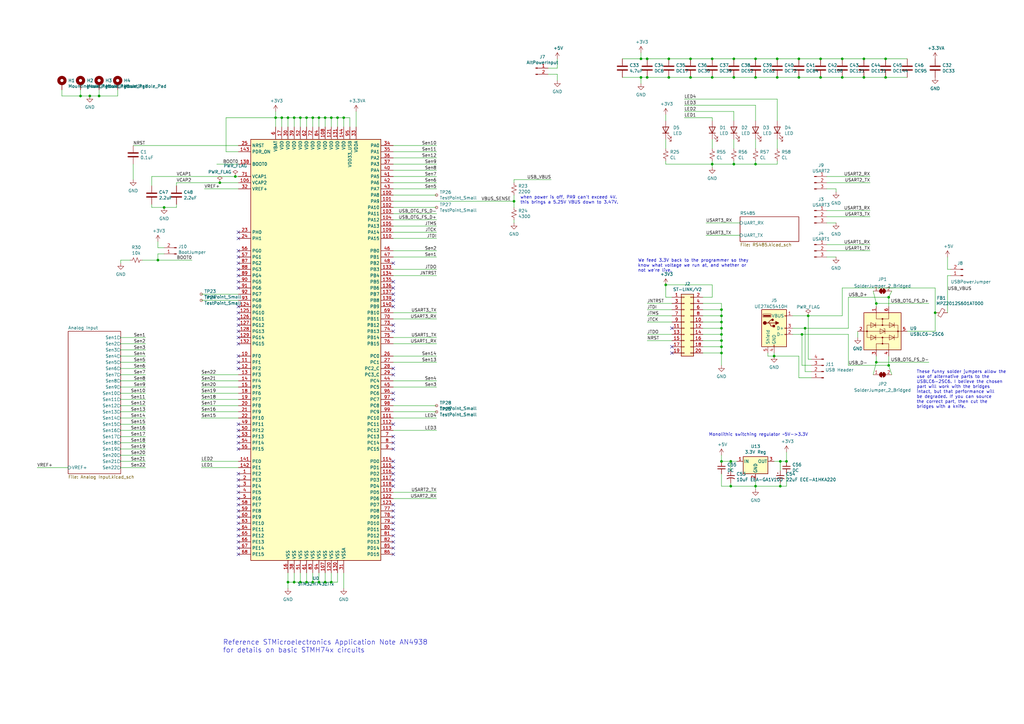
<source format=kicad_sch>
(kicad_sch (version 20211123) (generator eeschema)
  (paper "A3")
  (title_block (title "ADC Board") (rev "A0"))
  (lib_symbols
    (symbol "Connector:Conn_01x02_Male" (pin_names (offset 1.016) hide)
      (property "Reference" "J" (at 0 2.54 0))
      (property "Value" "Conn_01x02_Male" (at 0 -5.08 0))
      (symbol "Conn_01x02_Male_1_1"
        (pin passive line (at 5.08 0 180) (length 3.81) (name "Pin_1") (number "1"))
        (pin passive line (at 5.08 -2.54 180) (length 3.81) (name "Pin_2") (number "2"))
      )
    )
    (symbol "Connector:Conn_01x03_Male" (pin_names (offset 1.016) hide)
      (property "Reference" "J" (at 0 5.08 0))
      (property "Value" "Conn_01x03_Male" (at 0 -5.08 0))
      (symbol "Conn_01x03_Male_1_1"
        (pin passive line (at 5.08 2.54 180) (length 3.81) (name "Pin_1") (number "1"))
        (pin passive line (at 5.08 0 180) (length 3.81) (name "Pin_2") (number "2"))
        (pin passive line (at 5.08 -2.54 180) (length 3.81) (name "Pin_3") (number "3"))
      )
    )
    (symbol "Connector:Conn_01x04_Male" (pin_names (offset 1.016) hide)
      (property "Reference" "J" (at 0 5.08 0))
      (property "Value" "Conn_01x04_Male" (at 0 -7.62 0))
      (symbol "Conn_01x04_Male_1_1"
        (pin passive line (at 5.08 2.54 180) (length 3.81) (name "Pin_1") (number "1"))
        (pin passive line (at 5.08 0 180) (length 3.81) (name "Pin_2") (number "2"))
        (pin passive line (at 5.08 -2.54 180) (length 3.81) (name "Pin_3") (number "3"))
        (pin passive line (at 5.08 -5.08 180) (length 3.81) (name "Pin_4") (number "4"))
      )
    )
    (symbol "Connector:TestPoint_Small" (pin_numbers hide) (pin_names (offset 0.762) hide)
      (property "Reference" "TP" (at 0 3.81 0))
      (property "Value" "TestPoint_Small" (at 0 2.032 0))
      (symbol "TestPoint_Small_1_1"
        (pin passive line (at 0 0 90) (length 0) (name "1") (number "1"))
      )
    )
    (symbol "Connector:USB_A" (pin_names (offset 1.016))
      (property "Reference" "J" (at -5.08 11.43 0))
      (property "Value" "USB_A" (at -5.08 8.89 0))
      (symbol "USB_A_1_1"
        (pin power_in line (at 7.62 5.08 180) (length 2.54) (name "VBUS") (number "1"))
        (pin bidirectional line (at 7.62 -2.54 180) (length 2.54) (name "D-") (number "2"))
        (pin bidirectional line (at 7.62 0 180) (length 2.54) (name "D+") (number "3"))
        (pin power_in line (at 0 -10.16 90) (length 2.54) (name "GND") (number "4"))
        (pin passive line (at -2.54 -10.16 90) (length 2.54) (name "Shield") (number "5"))
      )
    )
    (symbol "Connector_Generic:Conn_02x10_Odd_Even" (pin_names (offset 1.016) hide)
      (property "Reference" "J" (at 1.27 12.7 0))
      (property "Value" "Conn_02x10_Odd_Even" (at 1.27 -15.24 0))
      (symbol "Conn_02x10_Odd_Even_1_1"
        (pin passive line (at -5.08 10.16 0) (length 3.81) (name "Pin_1") (number "1"))
        (pin passive line (at 7.62 0 180) (length 3.81) (name "Pin_10") (number "10"))
        (pin passive line (at -5.08 -2.54 0) (length 3.81) (name "Pin_11") (number "11"))
        (pin passive line (at 7.62 -2.54 180) (length 3.81) (name "Pin_12") (number "12"))
        (pin passive line (at -5.08 -5.08 0) (length 3.81) (name "Pin_13") (number "13"))
        (pin passive line (at 7.62 -5.08 180) (length 3.81) (name "Pin_14") (number "14"))
        (pin passive line (at -5.08 -7.62 0) (length 3.81) (name "Pin_15") (number "15"))
        (pin passive line (at 7.62 -7.62 180) (length 3.81) (name "Pin_16") (number "16"))
        (pin passive line (at -5.08 -10.16 0) (length 3.81) (name "Pin_17") (number "17"))
        (pin passive line (at 7.62 -10.16 180) (length 3.81) (name "Pin_18") (number "18"))
        (pin passive line (at -5.08 -12.7 0) (length 3.81) (name "Pin_19") (number "19"))
        (pin passive line (at 7.62 10.16 180) (length 3.81) (name "Pin_2") (number "2"))
        (pin passive line (at 7.62 -12.7 180) (length 3.81) (name "Pin_20") (number "20"))
        (pin passive line (at -5.08 7.62 0) (length 3.81) (name "Pin_3") (number "3"))
        (pin passive line (at 7.62 7.62 180) (length 3.81) (name "Pin_4") (number "4"))
        (pin passive line (at -5.08 5.08 0) (length 3.81) (name "Pin_5") (number "5"))
        (pin passive line (at 7.62 5.08 180) (length 3.81) (name "Pin_6") (number "6"))
        (pin passive line (at -5.08 2.54 0) (length 3.81) (name "Pin_7") (number "7"))
        (pin passive line (at 7.62 2.54 180) (length 3.81) (name "Pin_8") (number "8"))
        (pin passive line (at -5.08 0 0) (length 3.81) (name "Pin_9") (number "9"))
      )
    )
    (symbol "Device:C" (pin_numbers hide) (pin_names (offset 0.254))
      (property "Reference" "C" (at 0.635 2.54 0))
      (property "Value" "C" (at 0.635 -2.54 0))
      (symbol "C_1_1"
        (pin passive line (at 0 3.81 270) (length 2.794) (name "~") (number "1"))
        (pin passive line (at 0 -3.81 90) (length 2.794) (name "~") (number "2"))
      )
    )
    (symbol "Device:C_Polarized_Small_US" (pin_numbers hide) (pin_names (offset 0.254) hide)
      (property "Reference" "C" (at 0.254 1.778 0))
      (property "Value" "C_Polarized_Small_US" (at 0.254 -2.032 0))
      (symbol "C_Polarized_Small_US_1_1"
        (pin passive line (at 0 2.54 270) (length 2.032) (name "~") (number "1"))
        (pin passive line (at 0 -2.54 90) (length 2.032) (name "~") (number "2"))
      )
    )
    (symbol "Device:C_Small" (pin_numbers hide) (pin_names (offset 0.254) hide)
      (property "Reference" "C" (at 0.254 1.778 0))
      (property "Value" "C_Small" (at 0.254 -2.032 0))
      (symbol "C_Small_1_1"
        (pin passive line (at 0 2.54 270) (length 2.032) (name "~") (number "1"))
        (pin passive line (at 0 -2.54 90) (length 2.032) (name "~") (number "2"))
      )
    )
    (symbol "Device:FerriteBead_Small" (pin_numbers hide) (pin_names (offset 0))
      (property "Reference" "FB" (at 1.905 1.27 0))
      (property "Value" "FerriteBead_Small" (at 1.905 -1.27 0))
      (symbol "FerriteBead_Small_1_1"
        (pin passive line (at 0 2.54 270) (length 1.27) (name "~") (number "1"))
        (pin passive line (at 0 -2.54 90) (length 1.27) (name "~") (number "2"))
      )
    )
    (symbol "Device:LED" (pin_numbers hide) (pin_names (offset 1.016) hide)
      (property "Reference" "D" (at 0 2.54 0))
      (property "Value" "LED" (at 0 -2.54 0))
      (symbol "LED_1_1"
        (pin passive line (at -3.81 0 0) (length 2.54) (name "K") (number "1"))
        (pin passive line (at 3.81 0 180) (length 2.54) (name "A") (number "2"))
      )
    )
    (symbol "Device:R_Small_US" (pin_numbers hide) (pin_names (offset 0.254) hide)
      (property "Reference" "R" (at 0.762 0.508 0))
      (property "Value" "R_Small_US" (at 0.762 -1.016 0))
      (symbol "R_Small_US_1_1"
        (pin passive line (at 0 2.54 270) (length 1.016) (name "~") (number "1"))
        (pin passive line (at 0 -2.54 90) (length 1.016) (name "~") (number "2"))
      )
    )
    (symbol "Jumper:SolderJumper_2_Bridged" (pin_names (offset 0) hide)
      (property "Reference" "JP" (at 0 2.032 0))
      (property "Value" "SolderJumper_2_Bridged" (at 0 -2.54 0))
      (symbol "SolderJumper_2_Bridged_1_1"
        (pin passive line (at -3.81 0 0) (length 2.54) (name "A") (number "1"))
        (pin passive line (at 3.81 0 180) (length 2.54) (name "B") (number "2"))
      )
    )
    (symbol "MCU_ST_STM32H7:STM32H743ZITx"
      (property "Reference" "U" (at -27.94 87.63 0))
      (property "Value" "STM32H743ZITx" (at 17.78 87.63 0))
      (symbol "STM32H743ZITx_1_1"
        (pin bidirectional line (at -33.02 -50.8 0) (length 5.08) (name "PE2") (number "1"))
        (pin bidirectional line (at -33.02 -2.54 0) (length 5.08) (name "PF0") (number "10"))
        (pin bidirectional line (at 30.48 63.5 180) (length 5.08) (name "PA8") (number "100"))
        (pin bidirectional line (at 30.48 60.96 180) (length 5.08) (name "PA9") (number "101"))
        (pin bidirectional line (at 30.48 58.42 180) (length 5.08) (name "PA10") (number "102"))
        (pin bidirectional line (at 30.48 55.88 180) (length 5.08) (name "PA11") (number "103"))
        (pin bidirectional line (at 30.48 53.34 180) (length 5.08) (name "PA12") (number "104"))
        (pin bidirectional line (at 30.48 50.8 180) (length 5.08) (name "PA13") (number "105"))
        (pin power_in line (at -33.02 68.58 0) (length 5.08) (name "VCAP2") (number "106"))
        (pin power_in line (at 2.54 -91.44 90) (length 5.08) (name "VSS") (number "107"))
        (pin power_in line (at 2.54 91.44 270) (length 5.08) (name "VDD") (number "108"))
        (pin bidirectional line (at 30.48 48.26 180) (length 5.08) (name "PA14") (number "109"))
        (pin bidirectional line (at -33.02 -5.08 0) (length 5.08) (name "PF1") (number "11"))
        (pin bidirectional line (at 30.48 45.72 180) (length 5.08) (name "PA15") (number "110"))
        (pin bidirectional line (at 30.48 -27.94 180) (length 5.08) (name "PC10") (number "111"))
        (pin bidirectional line (at 30.48 -30.48 180) (length 5.08) (name "PC11") (number "112"))
        (pin bidirectional line (at 30.48 -33.02 180) (length 5.08) (name "PC12") (number "113"))
        (pin bidirectional line (at 30.48 -45.72 180) (length 5.08) (name "PD0") (number "114"))
        (pin bidirectional line (at 30.48 -48.26 180) (length 5.08) (name "PD1") (number "115"))
        (pin bidirectional line (at 30.48 -50.8 180) (length 5.08) (name "PD2") (number "116"))
        (pin bidirectional line (at 30.48 -53.34 180) (length 5.08) (name "PD3") (number "117"))
        (pin bidirectional line (at 30.48 -55.88 180) (length 5.08) (name "PD4") (number "118"))
        (pin bidirectional line (at 30.48 -58.42 180) (length 5.08) (name "PD5") (number "119"))
        (pin bidirectional line (at -33.02 -7.62 0) (length 5.08) (name "PF2") (number "12"))
        (pin power_in line (at 5.08 -91.44 90) (length 5.08) (name "VSS") (number "120"))
        (pin power_in line (at 5.08 91.44 270) (length 5.08) (name "VDD") (number "121"))
        (pin bidirectional line (at 30.48 -60.96 180) (length 5.08) (name "PD6") (number "122"))
        (pin bidirectional line (at 30.48 -63.5 180) (length 5.08) (name "PD7") (number "123"))
        (pin bidirectional line (at -33.02 17.78 0) (length 5.08) (name "PG9") (number "124"))
        (pin bidirectional line (at -33.02 15.24 0) (length 5.08) (name "PG10") (number "125"))
        (pin bidirectional line (at -33.02 12.7 0) (length 5.08) (name "PG11") (number "126"))
        (pin bidirectional line (at -33.02 10.16 0) (length 5.08) (name "PG12") (number "127"))
        (pin bidirectional line (at -33.02 7.62 0) (length 5.08) (name "PG13") (number "128"))
        (pin bidirectional line (at -33.02 5.08 0) (length 5.08) (name "PG14") (number "129"))
        (pin bidirectional line (at -33.02 -10.16 0) (length 5.08) (name "PF3") (number "13"))
        (pin power_in line (at 7.62 -91.44 90) (length 5.08) (name "VSS") (number "130"))
        (pin power_in line (at 7.62 91.44 270) (length 5.08) (name "VDD") (number "131"))
        (pin bidirectional line (at -33.02 2.54 0) (length 5.08) (name "PG15") (number "132"))
        (pin bidirectional line (at 30.48 33.02 180) (length 5.08) (name "PB3") (number "133"))
        (pin bidirectional line (at 30.48 30.48 180) (length 5.08) (name "PB4") (number "134"))
        (pin bidirectional line (at 30.48 27.94 180) (length 5.08) (name "PB5") (number "135"))
        (pin bidirectional line (at 30.48 25.4 180) (length 5.08) (name "PB6") (number "136"))
        (pin bidirectional line (at 30.48 22.86 180) (length 5.08) (name "PB7") (number "137"))
        (pin input line (at -33.02 76.2 0) (length 5.08) (name "BOOT0") (number "138"))
        (pin bidirectional line (at 30.48 20.32 180) (length 5.08) (name "PB8") (number "139"))
        (pin bidirectional line (at -33.02 -12.7 0) (length 5.08) (name "PF4") (number "14"))
        (pin bidirectional line (at 30.48 17.78 180) (length 5.08) (name "PB9") (number "140"))
        (pin bidirectional line (at -33.02 -45.72 0) (length 5.08) (name "PE0") (number "141"))
        (pin bidirectional line (at -33.02 -48.26 0) (length 5.08) (name "PE1") (number "142"))
        (pin input line (at -33.02 81.28 0) (length 5.08) (name "PDR_ON") (number "143"))
        (pin power_in line (at 10.16 91.44 270) (length 5.08) (name "VDD") (number "144"))
        (pin bidirectional line (at -33.02 -15.24 0) (length 5.08) (name "PF5") (number "15"))
        (pin power_in line (at -12.7 -91.44 90) (length 5.08) (name "VSS") (number "16"))
        (pin power_in line (at -15.24 91.44 270) (length 5.08) (name "VDD") (number "17"))
        (pin bidirectional line (at -33.02 -17.78 0) (length 5.08) (name "PF6") (number "18"))
        (pin bidirectional line (at -33.02 -20.32 0) (length 5.08) (name "PF7") (number "19"))
        (pin bidirectional line (at -33.02 -53.34 0) (length 5.08) (name "PE3") (number "2"))
        (pin bidirectional line (at -33.02 -22.86 0) (length 5.08) (name "PF8") (number "20"))
        (pin bidirectional line (at -33.02 -25.4 0) (length 5.08) (name "PF9") (number "21"))
        (pin bidirectional line (at -33.02 -27.94 0) (length 5.08) (name "PF10") (number "22"))
        (pin input line (at -33.02 48.26 0) (length 5.08) (name "PH0") (number "23"))
        (pin input line (at -33.02 45.72 0) (length 5.08) (name "PH1") (number "24"))
        (pin input line (at -33.02 83.82 0) (length 5.08) (name "NRST") (number "25"))
        (pin bidirectional line (at 30.48 -2.54 180) (length 5.08) (name "PC0") (number "26"))
        (pin bidirectional line (at 30.48 -5.08 180) (length 5.08) (name "PC1") (number "27"))
        (pin bidirectional line (at 30.48 -7.62 180) (length 5.08) (name "PC2_C") (number "28"))
        (pin bidirectional line (at 30.48 -10.16 180) (length 5.08) (name "PC3_C") (number "29"))
        (pin bidirectional line (at -33.02 -55.88 0) (length 5.08) (name "PE4") (number "3"))
        (pin power_in line (at -12.7 91.44 270) (length 5.08) (name "VDD") (number "30"))
        (pin power_in line (at 10.16 -91.44 90) (length 5.08) (name "VSSA") (number "31"))
        (pin bidirectional line (at -33.02 66.04 0) (length 5.08) (name "VREF+") (number "32"))
        (pin power_in line (at 15.24 91.44 270) (length 5.08) (name "VDDA") (number "33"))
        (pin bidirectional line (at 30.48 83.82 180) (length 5.08) (name "PA0") (number "34"))
        (pin bidirectional line (at 30.48 81.28 180) (length 5.08) (name "PA1") (number "35"))
        (pin bidirectional line (at 30.48 78.74 180) (length 5.08) (name "PA2") (number "36"))
        (pin bidirectional line (at 30.48 76.2 180) (length 5.08) (name "PA3") (number "37"))
        (pin power_in line (at -10.16 -91.44 90) (length 5.08) (name "VSS") (number "38"))
        (pin power_in line (at -10.16 91.44 270) (length 5.08) (name "VDD") (number "39"))
        (pin bidirectional line (at -33.02 -58.42 0) (length 5.08) (name "PE5") (number "4"))
        (pin bidirectional line (at 30.48 73.66 180) (length 5.08) (name "PA4") (number "40"))
        (pin bidirectional line (at 30.48 71.12 180) (length 5.08) (name "PA5") (number "41"))
        (pin bidirectional line (at 30.48 68.58 180) (length 5.08) (name "PA6") (number "42"))
        (pin bidirectional line (at 30.48 66.04 180) (length 5.08) (name "PA7") (number "43"))
        (pin bidirectional line (at 30.48 -12.7 180) (length 5.08) (name "PC4") (number "44"))
        (pin bidirectional line (at 30.48 -15.24 180) (length 5.08) (name "PC5") (number "45"))
        (pin bidirectional line (at 30.48 40.64 180) (length 5.08) (name "PB0") (number "46"))
        (pin bidirectional line (at 30.48 38.1 180) (length 5.08) (name "PB1") (number "47"))
        (pin bidirectional line (at 30.48 35.56 180) (length 5.08) (name "PB2") (number "48"))
        (pin bidirectional line (at -33.02 -30.48 0) (length 5.08) (name "PF11") (number "49"))
        (pin bidirectional line (at -33.02 -60.96 0) (length 5.08) (name "PE6") (number "5"))
        (pin bidirectional line (at -33.02 -33.02 0) (length 5.08) (name "PF12") (number "50"))
        (pin power_in line (at -7.62 -91.44 90) (length 5.08) (name "VSS") (number "51"))
        (pin power_in line (at -7.62 91.44 270) (length 5.08) (name "VDD") (number "52"))
        (pin bidirectional line (at -33.02 -35.56 0) (length 5.08) (name "PF13") (number "53"))
        (pin bidirectional line (at -33.02 -38.1 0) (length 5.08) (name "PF14") (number "54"))
        (pin bidirectional line (at -33.02 -40.64 0) (length 5.08) (name "PF15") (number "55"))
        (pin bidirectional line (at -33.02 40.64 0) (length 5.08) (name "PG0") (number "56"))
        (pin bidirectional line (at -33.02 38.1 0) (length 5.08) (name "PG1") (number "57"))
        (pin bidirectional line (at -33.02 -63.5 0) (length 5.08) (name "PE7") (number "58"))
        (pin bidirectional line (at -33.02 -66.04 0) (length 5.08) (name "PE8") (number "59"))
        (pin power_in line (at -17.78 91.44 270) (length 5.08) (name "VBAT") (number "6"))
        (pin bidirectional line (at -33.02 -68.58 0) (length 5.08) (name "PE9") (number "60"))
        (pin power_in line (at -5.08 -91.44 90) (length 5.08) (name "VSS") (number "61"))
        (pin power_in line (at -5.08 91.44 270) (length 5.08) (name "VDD") (number "62"))
        (pin bidirectional line (at -33.02 -71.12 0) (length 5.08) (name "PE10") (number "63"))
        (pin bidirectional line (at -33.02 -73.66 0) (length 5.08) (name "PE11") (number "64"))
        (pin bidirectional line (at -33.02 -76.2 0) (length 5.08) (name "PE12") (number "65"))
        (pin bidirectional line (at -33.02 -78.74 0) (length 5.08) (name "PE13") (number "66"))
        (pin bidirectional line (at -33.02 -81.28 0) (length 5.08) (name "PE14") (number "67"))
        (pin bidirectional line (at -33.02 -83.82 0) (length 5.08) (name "PE15") (number "68"))
        (pin bidirectional line (at 30.48 15.24 180) (length 5.08) (name "PB10") (number "69"))
        (pin bidirectional line (at 30.48 -35.56 180) (length 5.08) (name "PC13") (number "7"))
        (pin bidirectional line (at 30.48 12.7 180) (length 5.08) (name "PB11") (number "70"))
        (pin power_in line (at -33.02 71.12 0) (length 5.08) (name "VCAP1") (number "71"))
        (pin power_in line (at -2.54 91.44 270) (length 5.08) (name "VDD") (number "72"))
        (pin bidirectional line (at 30.48 10.16 180) (length 5.08) (name "PB12") (number "73"))
        (pin bidirectional line (at 30.48 7.62 180) (length 5.08) (name "PB13") (number "74"))
        (pin bidirectional line (at 30.48 5.08 180) (length 5.08) (name "PB14") (number "75"))
        (pin bidirectional line (at 30.48 2.54 180) (length 5.08) (name "PB15") (number "76"))
        (pin bidirectional line (at 30.48 -66.04 180) (length 5.08) (name "PD8") (number "77"))
        (pin bidirectional line (at 30.48 -68.58 180) (length 5.08) (name "PD9") (number "78"))
        (pin bidirectional line (at 30.48 -71.12 180) (length 5.08) (name "PD10") (number "79"))
        (pin bidirectional line (at 30.48 -38.1 180) (length 5.08) (name "PC14") (number "8"))
        (pin bidirectional line (at 30.48 -73.66 180) (length 5.08) (name "PD11") (number "80"))
        (pin bidirectional line (at 30.48 -76.2 180) (length 5.08) (name "PD12") (number "81"))
        (pin bidirectional line (at 30.48 -78.74 180) (length 5.08) (name "PD13") (number "82"))
        (pin power_in line (at -2.54 -91.44 90) (length 5.08) (name "VSS") (number "83"))
        (pin power_in line (at 0 91.44 270) (length 5.08) (name "VDD") (number "84"))
        (pin bidirectional line (at 30.48 -81.28 180) (length 5.08) (name "PD14") (number "85"))
        (pin bidirectional line (at 30.48 -83.82 180) (length 5.08) (name "PD15") (number "86"))
        (pin bidirectional line (at -33.02 35.56 0) (length 5.08) (name "PG2") (number "87"))
        (pin bidirectional line (at -33.02 33.02 0) (length 5.08) (name "PG3") (number "88"))
        (pin bidirectional line (at -33.02 30.48 0) (length 5.08) (name "PG4") (number "89"))
        (pin bidirectional line (at 30.48 -40.64 180) (length 5.08) (name "PC15") (number "9"))
        (pin bidirectional line (at -33.02 27.94 0) (length 5.08) (name "PG5") (number "90"))
        (pin bidirectional line (at -33.02 25.4 0) (length 5.08) (name "PG6") (number "91"))
        (pin bidirectional line (at -33.02 22.86 0) (length 5.08) (name "PG7") (number "92"))
        (pin bidirectional line (at -33.02 20.32 0) (length 5.08) (name "PG8") (number "93"))
        (pin power_in line (at 0 -91.44 90) (length 5.08) (name "VSS") (number "94"))
        (pin power_in line (at 12.7 91.44 270) (length 5.08) (name "VDD33_USB") (number "95"))
        (pin bidirectional line (at 30.48 -17.78 180) (length 5.08) (name "PC6") (number "96"))
        (pin bidirectional line (at 30.48 -20.32 180) (length 5.08) (name "PC7") (number "97"))
        (pin bidirectional line (at 30.48 -22.86 180) (length 5.08) (name "PC8") (number "98"))
        (pin bidirectional line (at 30.48 -25.4 180) (length 5.08) (name "PC9") (number "99"))
      )
    )
    (symbol "Mechanical:MountingHole_Pad" (pin_numbers hide) (pin_names (offset 1.016) hide)
      (property "Reference" "H" (at 0 6.35 0))
      (property "Value" "MountingHole_Pad" (at 0 4.445 0))
      (symbol "MountingHole_Pad_1_1"
        (pin input line (at 0 -2.54 90) (length 2.54) (name "1") (number "1"))
      )
    )
    (symbol "Power_Protection:USBLC6-2SC6" (pin_names hide)
      (property "Reference" "U" (at 2.54 8.89 0))
      (property "Value" "USBLC6-2SC6" (at 2.54 -8.89 0))
      (symbol "USBLC6-2SC6_1_1"
        (pin passive line (at -10.16 -2.54 0) (length 2.54) (name "I/O1") (number "1"))
        (pin passive line (at 0 -10.16 90) (length 2.54) (name "GND") (number "2"))
        (pin passive line (at 10.16 -2.54 180) (length 2.54) (name "I/O2") (number "3"))
        (pin passive line (at 10.16 2.54 180) (length 2.54) (name "I/O2") (number "4"))
        (pin passive line (at 0 10.16 270) (length 2.54) (name "VBUS") (number "5"))
        (pin passive line (at -10.16 2.54 0) (length 2.54) (name "I/O1") (number "6"))
      )
    )
    (symbol "Regulator_Linear:L7805" (pin_names (offset 0.254))
      (property "Reference" "U" (at -3.81 3.175 0))
      (property "Value" "L7805" (at 0 3.175 0))
      (symbol "L7805_1_1"
        (pin power_in line (at -7.62 0 0) (length 2.54) (name "IN") (number "1"))
        (pin power_in line (at 0 -7.62 90) (length 2.54) (name "GND") (number "2"))
        (pin power_out line (at 7.62 0 180) (length 2.54) (name "OUT") (number "3"))
      )
    )
    (symbol "power:+3.3V" (power) (pin_names (offset 0))
      (property "Value" "+3.3V" (at 0 3.556 0))
      (symbol "+3.3V_1_1"
        (pin power_in line (at 0 0 90) (length 0) hide (name "+3V3") (number "1"))
      )
    )
    (symbol "power:+3.3VA" (power) (pin_names (offset 0))
      (property "Value" "+3.3VA" (at 0 3.556 0))
      (symbol "+3.3VA_1_1"
        (pin power_in line (at 0 0 90) (length 0) hide (name "+3.3VA") (number "1"))
      )
    )
    (symbol "power:+5V" (power) (pin_names (offset 0))
      (property "Value" "+5V" (at 0 3.556 0))
      (symbol "+5V_1_1"
        (pin power_in line (at 0 0 90) (length 0) hide (name "+5V") (number "1"))
      )
    )
    (symbol "power:GND" (power) (pin_names (offset 0))
      (property "Value" "GND" (at 0 -3.81 0))
      (symbol "GND_1_1"
        (pin power_in line (at 0 0 270) (length 0) hide (name "GND") (number "1"))
      )
    )
    (symbol "power:PWR_FLAG" (power) (pin_numbers hide) (pin_names (offset 0) hide)
      (property "Value" "PWR_FLAG" (at 0 3.81 0))
      (symbol "PWR_FLAG_0_0"
        (pin power_out line (at 0 0 90) (length 0) (name "pwr") (number "1"))
      )
    )
  )
  (junction (at 295.91 189.23))
  (junction (at 133.35 48.26))
  (junction (at 354.33 24.13))
  (junction (at 130.81 238.76))
  (junction (at 292.1 67.31))
  (junction (at 118.11 48.26))
  (junction (at 322.58 189.23))
  (junction (at 300.99 24.13))
  (junction (at 295.91 129.54))
  (junction (at 36.83 39.37))
  (junction (at 336.55 31.75))
  (junction (at 133.35 238.76))
  (junction (at 363.22 24.13))
  (junction (at 295.91 144.78))
  (junction (at 274.32 24.13))
  (junction (at 318.77 31.75))
  (junction (at 292.1 31.75))
  (junction (at 328.93 137.16))
  (junction (at 113.03 48.26))
  (junction (at 96.52 72.39))
  (junction (at 273.05 116.84))
  (junction (at 299.72 189.23))
  (junction (at 265.43 24.13))
  (junction (at 128.27 238.76))
  (junction (at 309.88 67.31))
  (junction (at 135.89 238.76))
  (junction (at 128.27 48.26))
  (junction (at 327.66 24.13))
  (junction (at 320.04 199.39))
  (junction (at 299.72 199.39))
  (junction (at 295.91 142.24))
  (junction (at 327.66 31.75))
  (junction (at 123.19 48.26))
  (junction (at 354.33 31.75))
  (junction (at 283.21 24.13))
  (junction (at 309.88 31.75))
  (junction (at 336.55 24.13))
  (junction (at 309.88 24.13))
  (junction (at 274.32 31.75))
  (junction (at 292.1 24.13))
  (junction (at 115.57 48.26))
  (junction (at 262.89 31.75))
  (junction (at 295.91 137.16))
  (junction (at 138.43 48.26))
  (junction (at 363.22 31.75))
  (junction (at 64.77 106.68))
  (junction (at 359.41 124.46))
  (junction (at 345.44 24.13))
  (junction (at 120.65 48.26))
  (junction (at 331.47 129.54))
  (junction (at 135.89 48.26))
  (junction (at 120.65 238.76))
  (junction (at 364.49 149.86))
  (junction (at 283.21 31.75))
  (junction (at 359.41 148.59))
  (junction (at 300.99 31.75))
  (junction (at 265.43 31.75))
  (junction (at 345.44 31.75))
  (junction (at 123.19 238.76))
  (junction (at 364.49 121.92))
  (junction (at 40.64 39.37))
  (junction (at 33.02 39.37))
  (junction (at 67.31 85.09))
  (junction (at 320.04 189.23))
  (junction (at 118.11 238.76))
  (junction (at 317.5 146.05))
  (junction (at 295.91 139.7))
  (junction (at 318.77 24.13))
  (junction (at 295.91 132.08))
  (junction (at 309.88 199.39))
  (junction (at 130.81 48.26))
  (junction (at 383.54 128.27))
  (junction (at 295.91 134.62))
  (junction (at 125.73 238.76))
  (junction (at 125.73 48.26))
  (junction (at 330.2 134.62))
  (junction (at 262.89 24.13))
  (junction (at 90.17 74.93))
  (junction (at 295.91 127))
  (junction (at 140.97 48.26))
  (junction (at 300.99 67.31))
  (junction (at 210.82 82.55))
  (no_connect (at 97.79 130.81))
  (no_connect (at 97.79 207.01))
  (no_connect (at 97.79 184.15))
  (no_connect (at 97.79 219.71))
  (no_connect (at 97.79 97.79))
  (no_connect (at 161.29 115.57))
  (no_connect (at 97.79 151.13))
  (no_connect (at 161.29 125.73))
  (no_connect (at 97.79 199.39))
  (no_connect (at 161.29 163.83))
  (no_connect (at 97.79 105.41))
  (no_connect (at 161.29 194.31))
  (no_connect (at 161.29 224.79))
  (no_connect (at 161.29 107.95))
  (no_connect (at 161.29 212.09))
  (no_connect (at 161.29 120.65))
  (no_connect (at 97.79 146.05))
  (no_connect (at 97.79 133.35))
  (no_connect (at 97.79 110.49))
  (no_connect (at 97.79 179.07))
  (no_connect (at 161.29 209.55))
  (no_connect (at 161.29 219.71))
  (no_connect (at 161.29 189.23))
  (no_connect (at 97.79 204.47))
  (no_connect (at 161.29 217.17))
  (no_connect (at 275.59 142.24))
  (no_connect (at 97.79 125.73))
  (no_connect (at 161.29 123.19))
  (no_connect (at 161.29 199.39))
  (no_connect (at 161.29 196.85))
  (no_connect (at 97.79 107.95))
  (no_connect (at 275.59 134.62))
  (no_connect (at 161.29 153.67))
  (no_connect (at 97.79 140.97))
  (no_connect (at 97.79 227.33))
  (no_connect (at 97.79 135.89))
  (no_connect (at 161.29 184.15))
  (no_connect (at 161.29 118.11))
  (no_connect (at 97.79 128.27))
  (no_connect (at 97.79 115.57))
  (no_connect (at 97.79 118.11))
  (no_connect (at 97.79 196.85))
  (no_connect (at 97.79 176.53))
  (no_connect (at 161.29 135.89))
  (no_connect (at 161.29 133.35))
  (no_connect (at 97.79 138.43))
  (no_connect (at 161.29 222.25))
  (no_connect (at 97.79 201.93))
  (no_connect (at 161.29 179.07))
  (no_connect (at 97.79 95.25))
  (no_connect (at 161.29 227.33))
  (no_connect (at 97.79 217.17))
  (no_connect (at 97.79 173.99))
  (no_connect (at 275.59 144.78))
  (no_connect (at 97.79 102.87))
  (no_connect (at 97.79 212.09))
  (no_connect (at 97.79 148.59))
  (no_connect (at 161.29 191.77))
  (no_connect (at 97.79 222.25))
  (no_connect (at 161.29 207.01))
  (no_connect (at 161.29 161.29))
  (no_connect (at 97.79 224.79))
  (no_connect (at 161.29 173.99))
  (no_connect (at 97.79 194.31))
  (no_connect (at 161.29 181.61))
  (no_connect (at 161.29 151.13))
  (no_connect (at 97.79 181.61))
  (no_connect (at 97.79 209.55))
  (no_connect (at 161.29 214.63))
  (no_connect (at 97.79 113.03))
  (no_connect (at 97.79 214.63))
  (wire (pts (xy 40.64 36.83) (xy 40.64 39.37)))
  (wire (pts (xy 339.09 77.47) (xy 342.9 77.47)))
  (wire (pts (xy 62.23 72.39) (xy 96.52 72.39)))
  (wire (pts (xy 161.29 62.23) (xy 179.07 62.23)))
  (wire (pts (xy 140.97 48.26) (xy 143.51 48.26)))
  (wire (pts (xy 62.23 85.09) (xy 67.31 85.09)))
  (wire (pts (xy 161.29 67.31) (xy 179.07 67.31)))
  (wire (pts (xy 161.29 201.93) (xy 179.07 201.93)))
  (wire (pts (xy 125.73 48.26) (xy 128.27 48.26)))
  (wire (pts (xy 300.99 66.04) (xy 300.99 67.31)))
  (wire (pts (xy 303.53 96.52) (xy 289.56 96.52)))
  (wire (pts (xy 54.61 67.31) (xy 54.61 73.66)))
  (wire (pts (xy 332.74 147.32) (xy 331.47 147.32)))
  (wire (pts (xy 295.91 144.78) (xy 295.91 149.86)))
  (wire (pts (xy 342.9 77.47) (xy 342.9 78.74)))
  (wire (pts (xy 265.43 124.46) (xy 275.59 124.46)))
  (wire (pts (xy 325.12 129.54) (xy 331.47 129.54)))
  (wire (pts (xy 118.11 238.76) (xy 120.65 238.76)))
  (wire (pts (xy 303.53 91.44) (xy 289.56 91.44)))
  (wire (pts (xy 273.05 116.84) (xy 273.05 121.92)))
  (wire (pts (xy 161.29 95.25) (xy 179.07 95.25)))
  (wire (pts (xy 327.66 154.94) (xy 327.66 146.05)))
  (wire (pts (xy 40.64 39.37) (xy 48.26 39.37)))
  (wire (pts (xy 130.81 238.76) (xy 133.35 238.76)))
  (wire (pts (xy 135.89 238.76) (xy 138.43 238.76)))
  (wire (pts (xy 339.09 88.9) (xy 356.87 88.9)))
  (wire (pts (xy 210.82 74.93) (xy 210.82 73.66)))
  (wire (pts (xy 161.29 80.01) (xy 179.07 80.01)))
  (wire (pts (xy 140.97 52.07) (xy 140.97 48.26)))
  (wire (pts (xy 210.82 82.55) (xy 210.82 85.09)))
  (wire (pts (xy 161.29 158.75) (xy 179.07 158.75)))
  (wire (pts (xy 330.2 134.62) (xy 347.98 134.62)))
  (wire (pts (xy 97.79 156.21) (xy 82.55 156.21)))
  (wire (pts (xy 363.22 31.75) (xy 354.33 31.75)))
  (wire (pts (xy 299.72 199.39) (xy 309.88 199.39)))
  (wire (pts (xy 262.89 31.75) (xy 255.27 31.75)))
  (wire (pts (xy 88.9 67.31) (xy 97.79 67.31)))
  (wire (pts (xy 33.02 39.37) (xy 36.83 39.37)))
  (wire (pts (xy 288.29 132.08) (xy 295.91 132.08)))
  (wire (pts (xy 133.35 52.07) (xy 133.35 48.26)))
  (wire (pts (xy 97.79 62.23) (xy 92.71 62.23)))
  (wire (pts (xy 283.21 31.75) (xy 274.32 31.75)))
  (wire (pts (xy 283.21 24.13) (xy 274.32 24.13)))
  (wire (pts (xy 33.02 39.37) (xy 25.4 39.37)))
  (wire (pts (xy 354.33 24.13) (xy 345.44 24.13)))
  (wire (pts (xy 320.04 198.12) (xy 320.04 199.39)))
  (wire (pts (xy 135.89 52.07) (xy 135.89 48.26)))
  (wire (pts (xy 25.4 36.83) (xy 25.4 39.37)))
  (wire (pts (xy 228.6 30.48) (xy 228.6 33.02)))
  (wire (pts (xy 161.29 113.03) (xy 179.07 113.03)))
  (wire (pts (xy 295.91 124.46) (xy 295.91 127)))
  (wire (pts (xy 118.11 234.95) (xy 118.11 238.76)))
  (wire (pts (xy 161.29 74.93) (xy 179.07 74.93)))
  (wire (pts (xy 64.77 104.14) (xy 64.77 106.68)))
  (wire (pts (xy 125.73 48.26) (xy 125.73 52.07)))
  (wire (pts (xy 265.43 137.16) (xy 275.59 137.16)))
  (wire (pts (xy 292.1 121.92) (xy 288.29 121.92)))
  (wire (pts (xy 125.73 234.95) (xy 125.73 238.76)))
  (wire (pts (xy 49.53 106.68) (xy 49.53 107.95)))
  (wire (pts (xy 92.71 62.23) (xy 92.71 48.26)))
  (wire (pts (xy 161.29 204.47) (xy 179.07 204.47)))
  (wire (pts (xy 345.44 31.75) (xy 336.55 31.75)))
  (wire (pts (xy 295.91 132.08) (xy 295.91 134.62)))
  (wire (pts (xy 49.53 173.99) (xy 59.69 173.99)))
  (wire (pts (xy 318.77 24.13) (xy 309.88 24.13)))
  (wire (pts (xy 67.31 85.09) (xy 72.39 85.09)))
  (wire (pts (xy 62.23 85.09) (xy 62.23 83.82)))
  (wire (pts (xy 345.44 24.13) (xy 336.55 24.13)))
  (wire (pts (xy 97.79 191.77) (xy 82.55 191.77)))
  (wire (pts (xy 288.29 124.46) (xy 295.91 124.46)))
  (wire (pts (xy 339.09 105.41) (xy 342.9 105.41)))
  (wire (pts (xy 314.96 144.78) (xy 314.96 146.05)))
  (wire (pts (xy 224.79 30.48) (xy 228.6 30.48)))
  (wire (pts (xy 49.53 156.21) (xy 59.69 156.21)))
  (wire (pts (xy 265.43 24.13) (xy 262.89 24.13)))
  (wire (pts (xy 49.53 148.59) (xy 59.69 148.59)))
  (wire (pts (xy 161.29 87.63) (xy 179.07 87.63)))
  (wire (pts (xy 135.89 234.95) (xy 135.89 238.76)))
  (wire (pts (xy 318.77 31.75) (xy 309.88 31.75)))
  (wire (pts (xy 49.53 186.69) (xy 59.69 186.69)))
  (wire (pts (xy 97.79 168.91) (xy 82.55 168.91)))
  (wire (pts (xy 383.54 118.11) (xy 383.54 128.27)))
  (wire (pts (xy 161.29 82.55) (xy 210.82 82.55)))
  (wire (pts (xy 328.93 137.16) (xy 328.93 149.86)))
  (wire (pts (xy 138.43 48.26) (xy 140.97 48.26)))
  (wire (pts (xy 389.89 110.49) (xy 388.62 110.49)))
  (wire (pts (xy 97.79 120.65) (xy 82.55 120.65)))
  (wire (pts (xy 161.29 102.87) (xy 179.07 102.87)))
  (wire (pts (xy 97.79 163.83) (xy 82.55 163.83)))
  (wire (pts (xy 322.58 194.31) (xy 322.58 199.39)))
  (wire (pts (xy 345.44 118.11) (xy 383.54 118.11)))
  (wire (pts (xy 314.96 146.05) (xy 317.5 146.05)))
  (wire (pts (xy 115.57 48.26) (xy 115.57 52.07)))
  (wire (pts (xy 359.41 146.05) (xy 359.41 148.59)))
  (wire (pts (xy 161.29 130.81) (xy 179.07 130.81)))
  (wire (pts (xy 347.98 137.16) (xy 347.98 149.86)))
  (wire (pts (xy 49.53 143.51) (xy 59.69 143.51)))
  (wire (pts (xy 113.03 52.07) (xy 113.03 48.26)))
  (wire (pts (xy 331.47 129.54) (xy 345.44 129.54)))
  (wire (pts (xy 64.77 106.68) (xy 78.74 106.68)))
  (wire (pts (xy 36.83 39.37) (xy 40.64 39.37)))
  (wire (pts (xy 351.79 138.43) (xy 351.79 135.89)))
  (wire (pts (xy 123.19 48.26) (xy 125.73 48.26)))
  (wire (pts (xy 161.29 85.09) (xy 179.07 85.09)))
  (wire (pts (xy 295.91 129.54) (xy 295.91 132.08)))
  (wire (pts (xy 299.72 189.23) (xy 302.26 189.23)))
  (wire (pts (xy 292.1 67.31) (xy 300.99 67.31)))
  (wire (pts (xy 288.29 137.16) (xy 295.91 137.16)))
  (wire (pts (xy 339.09 72.39) (xy 356.87 72.39)))
  (wire (pts (xy 317.5 189.23) (xy 320.04 189.23)))
  (wire (pts (xy 288.29 139.7) (xy 295.91 139.7)))
  (wire (pts (xy 262.89 31.75) (xy 262.89 34.29)))
  (wire (pts (xy 262.89 24.13) (xy 262.89 21.59)))
  (wire (pts (xy 97.79 74.93) (xy 90.17 74.93)))
  (wire (pts (xy 265.43 127) (xy 275.59 127)))
  (wire (pts (xy 123.19 238.76) (xy 125.73 238.76)))
  (wire (pts (xy 330.2 134.62) (xy 330.2 152.4)))
  (wire (pts (xy 138.43 238.76) (xy 138.43 234.95)))
  (wire (pts (xy 161.29 128.27) (xy 179.07 128.27)))
  (wire (pts (xy 90.17 74.93) (xy 72.39 74.93)))
  (wire (pts (xy 120.65 238.76) (xy 123.19 238.76)))
  (wire (pts (xy 49.53 191.77) (xy 59.69 191.77)))
  (wire (pts (xy 358.14 119.38) (xy 359.41 124.46)))
  (wire (pts (xy 300.99 31.75) (xy 292.1 31.75)))
  (wire (pts (xy 273.05 116.84) (xy 292.1 116.84)))
  (wire (pts (xy 49.53 151.13) (xy 59.69 151.13)))
  (wire (pts (xy 161.29 110.49) (xy 179.07 110.49)))
  (wire (pts (xy 309.88 24.13) (xy 300.99 24.13)))
  (wire (pts (xy 49.53 179.07) (xy 59.69 179.07)))
  (wire (pts (xy 383.54 128.27) (xy 383.54 135.89)))
  (wire (pts (xy 322.58 189.23) (xy 322.58 185.42)))
  (wire (pts (xy 33.02 36.83) (xy 33.02 39.37)))
  (wire (pts (xy 97.79 189.23) (xy 82.55 189.23)))
  (wire (pts (xy 388.62 128.27) (xy 388.62 113.03)))
  (wire (pts (xy 161.29 92.71) (xy 179.07 92.71)))
  (wire (pts (xy 328.93 149.86) (xy 332.74 149.86)))
  (wire (pts (xy 280.67 40.64) (xy 318.77 40.64)))
  (wire (pts (xy 339.09 102.87) (xy 356.87 102.87)))
  (wire (pts (xy 143.51 48.26) (xy 143.51 52.07)))
  (wire (pts (xy 273.05 49.53) (xy 273.05 46.99)))
  (wire (pts (xy 128.27 234.95) (xy 128.27 238.76)))
  (wire (pts (xy 49.53 176.53) (xy 59.69 176.53)))
  (wire (pts (xy 49.53 146.05) (xy 59.69 146.05)))
  (wire (pts (xy 292.1 49.53) (xy 292.1 48.26)))
  (wire (pts (xy 320.04 193.04) (xy 320.04 189.23)))
  (wire (pts (xy 295.91 199.39) (xy 299.72 199.39)))
  (wire (pts (xy 130.81 48.26) (xy 130.81 52.07)))
  (wire (pts (xy 345.44 129.54) (xy 345.44 118.11)))
  (wire (pts (xy 161.29 148.59) (xy 179.07 148.59)))
  (wire (pts (xy 372.11 31.75) (xy 363.22 31.75)))
  (wire (pts (xy 67.31 104.14) (xy 64.77 104.14)))
  (wire (pts (xy 336.55 24.13) (xy 327.66 24.13)))
  (wire (pts (xy 64.77 101.6) (xy 67.31 101.6)))
  (wire (pts (xy 300.99 45.72) (xy 280.67 45.72)))
  (wire (pts (xy 300.99 60.96) (xy 300.99 57.15)))
  (wire (pts (xy 161.29 77.47) (xy 179.07 77.47)))
  (wire (pts (xy 363.22 24.13) (xy 354.33 24.13)))
  (wire (pts (xy 325.12 134.62) (xy 330.2 134.62)))
  (wire (pts (xy 161.29 69.85) (xy 179.07 69.85)))
  (wire (pts (xy 62.23 72.39) (xy 62.23 76.2)))
  (wire (pts (xy 161.29 146.05) (xy 179.07 146.05)))
  (wire (pts (xy 118.11 48.26) (xy 118.11 52.07)))
  (wire (pts (xy 49.53 140.97) (xy 59.69 140.97)))
  (wire (pts (xy 359.41 124.46) (xy 381 124.46)))
  (wire (pts (xy 299.72 198.12) (xy 299.72 199.39)))
  (wire (pts (xy 317.5 146.05) (xy 317.5 144.78)))
  (wire (pts (xy 161.29 140.97) (xy 179.07 140.97)))
  (wire (pts (xy 322.58 199.39) (xy 320.04 199.39)))
  (wire (pts (xy 295.91 189.23) (xy 299.72 189.23)))
  (wire (pts (xy 140.97 241.3) (xy 140.97 234.95)))
  (wire (pts (xy 49.53 166.37) (xy 59.69 166.37)))
  (wire (pts (xy 309.88 199.39) (xy 309.88 200.66)))
  (wire (pts (xy 295.91 137.16) (xy 295.91 139.7)))
  (wire (pts (xy 58.42 106.68) (xy 64.77 106.68)))
  (wire (pts (xy 320.04 199.39) (xy 309.88 199.39)))
  (wire (pts (xy 97.79 77.47) (xy 83.82 77.47)))
  (wire (pts (xy 295.91 134.62) (xy 295.91 137.16)))
  (wire (pts (xy 320.04 189.23) (xy 322.58 189.23)))
  (wire (pts (xy 388.62 113.03) (xy 389.89 113.03)))
  (wire (pts (xy 372.11 24.13) (xy 363.22 24.13)))
  (wire (pts (xy 161.29 105.41) (xy 179.07 105.41)))
  (wire (pts (xy 265.43 129.54) (xy 275.59 129.54)))
  (wire (pts (xy 161.29 156.21) (xy 179.07 156.21)))
  (wire (pts (xy 49.53 163.83) (xy 59.69 163.83)))
  (wire (pts (xy 288.29 129.54) (xy 295.91 129.54)))
  (wire (pts (xy 49.53 158.75) (xy 59.69 158.75)))
  (wire (pts (xy 325.12 137.16) (xy 328.93 137.16)))
  (wire (pts (xy 273.05 66.04) (xy 273.05 67.31)))
  (wire (pts (xy 309.88 196.85) (xy 309.88 199.39)))
  (wire (pts (xy 273.05 121.92) (xy 275.59 121.92)))
  (wire (pts (xy 354.33 31.75) (xy 345.44 31.75)))
  (wire (pts (xy 161.29 168.91) (xy 179.07 168.91)))
  (wire (pts (xy 332.74 154.94) (xy 327.66 154.94)))
  (wire (pts (xy 123.19 234.95) (xy 123.19 238.76)))
  (wire (pts (xy 130.81 48.26) (xy 133.35 48.26)))
  (wire (pts (xy 309.88 31.75) (xy 300.99 31.75)))
  (wire (pts (xy 49.53 161.29) (xy 59.69 161.29)))
  (wire (pts (xy 318.77 40.64) (xy 318.77 49.53)))
  (wire (pts (xy 383.54 135.89) (xy 372.11 135.89)))
  (wire (pts (xy 133.35 48.26) (xy 135.89 48.26)))
  (wire (pts (xy 210.82 90.17) (xy 210.82 91.44)))
  (wire (pts (xy 130.81 234.95) (xy 130.81 238.76)))
  (wire (pts (xy 300.99 24.13) (xy 292.1 24.13)))
  (wire (pts (xy 128.27 48.26) (xy 130.81 48.26)))
  (wire (pts (xy 123.19 48.26) (xy 123.19 52.07)))
  (wire (pts (xy 49.53 189.23) (xy 59.69 189.23)))
  (wire (pts (xy 347.98 134.62) (xy 347.98 121.92)))
  (wire (pts (xy 295.91 186.69) (xy 295.91 189.23)))
  (wire (pts (xy 300.99 49.53) (xy 300.99 45.72)))
  (wire (pts (xy 161.29 72.39) (xy 179.07 72.39)))
  (wire (pts (xy 347.98 121.92) (xy 364.49 121.92)))
  (wire (pts (xy 265.43 31.75) (xy 262.89 31.75)))
  (wire (pts (xy 295.91 142.24) (xy 295.91 144.78)))
  (wire (pts (xy 309.88 67.31) (xy 318.77 67.31)))
  (wire (pts (xy 358.14 153.67) (xy 359.41 148.59)))
  (wire (pts (xy 273.05 67.31) (xy 292.1 67.31)))
  (wire (pts (xy 138.43 52.07) (xy 138.43 48.26)))
  (wire (pts (xy 120.65 234.95) (xy 120.65 238.76)))
  (wire (pts (xy 309.88 43.18) (xy 280.67 43.18)))
  (wire (pts (xy 295.91 194.31) (xy 295.91 199.39)))
  (wire (pts (xy 133.35 238.76) (xy 135.89 238.76)))
  (wire (pts (xy 318.77 60.96) (xy 318.77 57.15)))
  (wire (pts (xy 274.32 24.13) (xy 265.43 24.13)))
  (wire (pts (xy 97.79 171.45) (xy 82.55 171.45)))
  (wire (pts (xy 161.29 97.79) (xy 179.07 97.79)))
  (wire (pts (xy 49.53 181.61) (xy 59.69 181.61)))
  (wire (pts (xy 273.05 60.96) (xy 273.05 57.15)))
  (wire (pts (xy 262.89 24.13) (xy 255.27 24.13)))
  (wire (pts (xy 292.1 60.96) (xy 292.1 57.15)))
  (wire (pts (xy 161.29 166.37) (xy 179.07 166.37)))
  (wire (pts (xy 97.79 158.75) (xy 82.55 158.75)))
  (wire (pts (xy 359.41 125.73) (xy 359.41 124.46)))
  (wire (pts (xy 113.03 48.26) (xy 115.57 48.26)))
  (wire (pts (xy 96.52 72.39) (xy 97.79 72.39)))
  (wire (pts (xy 64.77 99.06) (xy 64.77 101.6)))
  (wire (pts (xy 265.43 132.08) (xy 275.59 132.08)))
  (wire (pts (xy 295.91 139.7) (xy 295.91 142.24)))
  (wire (pts (xy 49.53 153.67) (xy 59.69 153.67)))
  (wire (pts (xy 210.82 80.01) (xy 210.82 82.55)))
  (wire (pts (xy 228.6 27.94) (xy 224.79 27.94)))
  (wire (pts (xy 128.27 238.76) (xy 130.81 238.76)))
  (wire (pts (xy 97.79 153.67) (xy 82.55 153.67)))
  (wire (pts (xy 327.66 31.75) (xy 318.77 31.75)))
  (wire (pts (xy 161.29 59.69) (xy 179.07 59.69)))
  (wire (pts (xy 328.93 137.16) (xy 347.98 137.16)))
  (wire (pts (xy 292.1 31.75) (xy 283.21 31.75)))
  (wire (pts (xy 118.11 238.76) (xy 118.11 241.3)))
  (wire (pts (xy 228.6 24.13) (xy 228.6 27.94)))
  (wire (pts (xy 128.27 48.26) (xy 128.27 52.07)))
  (wire (pts (xy 97.79 166.37) (xy 82.55 166.37)))
  (wire (pts (xy 365.76 153.67) (xy 364.49 149.86)))
  (wire (pts (xy 49.53 184.15) (xy 59.69 184.15)))
  (wire (pts (xy 288.29 144.78) (xy 295.91 144.78)))
  (wire (pts (xy 359.41 148.59) (xy 381 148.59)))
  (wire (pts (xy 295.91 127) (xy 295.91 129.54)))
  (wire (pts (xy 27.94 191.77) (xy 15.24 191.77)))
  (wire (pts (xy 49.53 171.45) (xy 59.69 171.45)))
  (wire (pts (xy 118.11 48.26) (xy 120.65 48.26)))
  (wire (pts (xy 292.1 66.04) (xy 292.1 67.31)))
  (wire (pts (xy 288.29 142.24) (xy 295.91 142.24)))
  (wire (pts (xy 135.89 48.26) (xy 138.43 48.26)))
  (wire (pts (xy 120.65 48.26) (xy 123.19 48.26)))
  (wire (pts (xy 97.79 161.29) (xy 82.55 161.29)))
  (wire (pts (xy 339.09 86.36) (xy 356.87 86.36)))
  (wire (pts (xy 288.29 127) (xy 295.91 127)))
  (wire (pts (xy 125.73 238.76) (xy 128.27 238.76)))
  (wire (pts (xy 309.88 60.96) (xy 309.88 57.15)))
  (wire (pts (xy 365.76 119.38) (xy 364.49 121.92)))
  (wire (pts (xy 161.29 138.43) (xy 179.07 138.43)))
  (wire (pts (xy 274.32 31.75) (xy 265.43 31.75)))
  (wire (pts (xy 339.09 74.93) (xy 356.87 74.93)))
  (wire (pts (xy 161.29 176.53) (xy 179.07 176.53)))
  (wire (pts (xy 292.1 48.26) (xy 280.67 48.26)))
  (wire (pts (xy 210.82 73.66) (xy 226.06 73.66)))
  (wire (pts (xy 364.49 149.86) (xy 364.49 146.05)))
  (wire (pts (xy 115.57 48.26) (xy 118.11 48.26)))
  (wire (pts (xy 113.03 48.26) (xy 113.03 45.72)))
  (wire (pts (xy 161.29 90.17) (xy 179.07 90.17)))
  (wire (pts (xy 48.26 39.37) (xy 48.26 36.83)))
  (wire (pts (xy 161.29 64.77) (xy 179.07 64.77)))
  (wire (pts (xy 327.66 146.05) (xy 317.5 146.05)))
  (wire (pts (xy 339.09 100.33) (xy 356.87 100.33)))
  (wire (pts (xy 275.59 139.7) (xy 265.43 139.7)))
  (wire (pts (xy 97.79 123.19) (xy 82.55 123.19)))
  (wire (pts (xy 299.72 193.04) (xy 299.72 189.23)))
  (wire (pts (xy 292.1 24.13) (xy 283.21 24.13)))
  (wire (pts (xy 49.53 168.91) (xy 59.69 168.91)))
  (wire (pts (xy 331.47 147.32) (xy 331.47 129.54)))
  (wire (pts (xy 72.39 74.93) (xy 72.39 76.2)))
  (wire (pts (xy 292.1 68.58) (xy 292.1 67.31)))
  (wire (pts (xy 120.65 48.26) (xy 120.65 52.07)))
  (wire (pts (xy 292.1 116.84) (xy 292.1 121.92)))
  (wire (pts (xy 347.98 149.86) (xy 364.49 149.86)))
  (wire (pts (xy 72.39 83.82) (xy 72.39 85.09)))
  (wire (pts (xy 133.35 234.95) (xy 133.35 238.76)))
  (wire (pts (xy 53.34 106.68) (xy 49.53 106.68)))
  (wire (pts (xy 92.71 48.26) (xy 113.03 48.26)))
  (wire (pts (xy 339.09 91.44) (xy 342.9 91.44)))
  (wire (pts (xy 309.88 66.04) (xy 309.88 67.31)))
  (wire (pts (xy 336.55 31.75) (xy 327.66 31.75)))
  (wire (pts (xy 327.66 24.13) (xy 318.77 24.13)))
  (wire (pts (xy 300.99 67.31) (xy 309.88 67.31)))
  (wire (pts (xy 318.77 67.31) (xy 318.77 66.04)))
  (wire (pts (xy 330.2 152.4) (xy 332.74 152.4)))
  (wire (pts (xy 161.29 171.45) (xy 179.07 171.45)))
  (wire (pts (xy 146.05 52.07) (xy 146.05 45.72)))
  (wire (pts (xy 309.88 49.53) (xy 309.88 43.18)))
  (wire (pts (xy 388.62 105.41) (xy 388.62 110.49)))
  (wire (pts (xy 97.79 59.69) (xy 54.61 59.69)))
  (wire (pts (xy 49.53 138.43) (xy 59.69 138.43)))
  (wire (pts (xy 364.49 121.92) (xy 364.49 125.73)))
  (wire (pts (xy 288.29 134.62) (xy 295.91 134.62)))
  (text "Monolithic switching regulator ~5V->3.3V" (at 331.47 179.07 180) (effects (font (size 1.27 1.27)) (justify right bottom)))
  (text "We feed 3.3V back to the programmer so they\nknow what voltage we run at, and whether or\nnot we're live." (at 261.62 111.76 0) (effects (font (size 1.27 1.27)) (justify left bottom)))
  (text "Reference STMicroelectronics Application Note AN4938\nfor details on basic STMH74x circuits" (at 91.44 267.97 0) (effects (font (size 2.0066 2.0066)) (justify left bottom)))
  (text "These funny solder jumpers allow the\nuse of alternative parts to the\nUSBLC6-2SC6. I believe the chosen\npart will work with the bridges\nintact, but that performance will\nbe degraded. If you can source\nthe correct part, then cut the\nbridges with a knife." (at 375.92 167.64 0) (effects (font (size 1.27 1.27)) (justify left bottom)))
  (text "when power is off, PA9 can't exceed 4V.\nthis brings a 5.25V VBUS down to 3.47V." (at 213.36 83.82 0) (effects (font (size 1.27 1.27)) (justify left bottom)))
  (label "USB_OTG_FS_D+" (at 179.07 90.17 180))
  (label "Sen18" (at 59.69 181.61 180))
  (label "USB_OTG_FS_D-" (at 381 148.59 180))
  (label "JTDO" (at 179.07 110.49 180))
  (label "JTDI" (at 265.43 127 0))
  (label "JNTRST" (at 265.43 124.46 0))
  (label "JTDI" (at 179.07 97.79 180))
  (label "Sen1" (at 179.07 105.41 180))
  (label "JNTRST" (at 179.07 113.03 180))
  (label "VCAP2" (at 72.39 74.93 0))
  (label "USB_OTG_FS_D+" (at 381 124.46 180))
  (label "USART2_TX" (at 356.87 74.93 180))
  (label "Sen21" (at 82.55 156.21 0))
  (label "Sen4" (at 179.07 156.21 180))
  (label "Sen14" (at 179.07 146.05 180))
  (label "USB_VBUS" (at 388.62 119.38 0))
  (label "VREF+" (at 83.82 77.47 0))
  (label "Sen18" (at 82.55 163.83 0))
  (label "VREF+" (at 15.24 191.77 0))
  (label "Sen8" (at 179.07 69.85 180))
  (label "USART3_RX" (at 289.56 91.44 0))
  (label "LED4" (at 280.67 40.64 0))
  (label "LED1" (at 82.55 191.77 0))
  (label "LED4" (at 179.07 171.45 180))
  (label "Sen19" (at 59.69 184.15 180))
  (label "Sen17" (at 82.55 166.37 0))
  (label "JTCK" (at 179.07 95.25 180))
  (label "LED2" (at 280.67 45.72 0))
  (label "USART2_RX" (at 179.07 204.47 180))
  (label "JTMS" (at 265.43 129.54 0))
  (label "Sen2" (at 59.69 140.97 180))
  (label "USB_OTG_FS_D-" (at 179.07 87.63 180))
  (label "USART3_TX" (at 289.56 96.52 0))
  (label "Sen11" (at 59.69 163.83 180))
  (label "Sen2" (at 179.07 102.87 180))
  (label "Sen21" (at 59.69 189.23 180))
  (label "Sen13" (at 179.07 148.59 180))
  (label "Sen22" (at 82.55 153.67 0))
  (label "NRST" (at 54.61 59.69 0))
  (label "Sen16" (at 59.69 176.53 180))
  (label "USART1_RX" (at 356.87 100.33 180))
  (label "VBUS_SENSE" (at 209.55 82.55 180))
  (label "Sen5" (at 59.69 148.59 180))
  (label "Sen6" (at 59.69 151.13 180))
  (label "LED2" (at 82.55 189.23 0))
  (label "VCAP1" (at 72.39 72.39 0))
  (label "USB_D-" (at 347.98 149.86 0))
  (label "USB_VBUS" (at 226.06 73.66 180))
  (label "LED1" (at 280.67 48.26 0))
  (label "Sen20" (at 82.55 158.75 0))
  (label "Sen8" (at 59.69 156.21 180))
  (label "USART3_RX" (at 179.07 130.81 180))
  (label "Sen10" (at 59.69 161.29 180))
  (label "Sen10" (at 179.07 59.69 180))
  (label "USB_D+" (at 347.98 121.92 0))
  (label "Sen12" (at 179.07 64.77 180))
  (label "USART3_TX" (at 356.87 88.9 180))
  (label "JTDO" (at 265.43 137.16 0))
  (label "Sen19" (at 82.55 161.29 0))
  (label "Sen3" (at 179.07 158.75 180))
  (label "NRST" (at 265.43 139.7 0))
  (label "Sen9" (at 179.07 67.31 180))
  (label "Sen22" (at 59.69 191.77 180))
  (label "USART1_TX" (at 356.87 102.87 180))
  (label "Sen4" (at 59.69 146.05 180))
  (label "Sen12" (at 59.69 166.37 180))
  (label "USART2_TX" (at 179.07 201.93 180))
  (label "LED3" (at 179.07 176.53 180))
  (label "Sen17" (at 59.69 179.07 180))
  (label "LED3" (at 280.67 43.18 0))
  (label "Sen11" (at 179.07 62.23 180))
  (label "Sen16" (at 82.55 168.91 0))
  (label "Sen7" (at 59.69 153.67 180))
  (label "BOOT0" (at 78.74 106.68 180))
  (label "Sen15" (at 82.55 171.45 0))
  (label "Sen13" (at 59.69 168.91 180))
  (label "Sen3" (at 59.69 143.51 180))
  (label "Sen6" (at 179.07 74.93 180))
  (label "JTCK" (at 265.43 132.08 0))
  (label "BOOT0" (at 91.44 67.31 0))
  (label "Sen20" (at 59.69 186.69 180))
  (label "Sen7" (at 179.07 72.39 180))
  (label "USART3_TX" (at 179.07 128.27 180))
  (label "Sen15" (at 59.69 173.99 180))
  (label "JTMS" (at 179.07 92.71 180))
  (label "Sen1" (at 59.69 138.43 180))
  (label "Sen14" (at 59.69 171.45 180))
  (label "Sen5" (at 179.07 77.47 180))
  (label "USART2_RX" (at 356.87 72.39 180))
  (label "USART3_RX" (at 356.87 86.36 180))
  (label "Sen9" (at 59.69 158.75 180))
  (label "USART1_RX" (at 179.07 140.97 180))
  (label "USART1_TX" (at 179.07 138.43 180))
  (symbol (lib_id "MCU_ST_STM32H7:STM32H743ZITx") (at 130.81 143.51 0) (unit 1)
    (property "Reference" "U0" (at 129.54 237.2106 0))
    (property "Value" "STM32H743ZITx" (at 129.54 239.522 0))
    (property "Footprint" "Package_QFP:TQFP-144_20x20mm_P0.5mm" (effects hide))
    (property "Datasheet" "http://www.st.com/st-web-ui/static/active/en/resource/technical/document/datasheet/DM00387108.pdf" (effects hide))
  )
  (symbol (lib_id "power:+3.3VA") (at 146.05 45.72 0) (unit 1)
    (property "Reference" "#PWR0103" (effects hide))
    (property "Value" "+3.3VA" (at 146.431 41.3258 0))
  )
  (symbol (lib_id "power:+3.3V") (at 113.03 45.72 0) (unit 1)
    (property "Reference" "#PWR0104" (effects hide))
    (property "Value" "+3.3V" (at 113.411 41.3258 0))
  )
  (symbol (lib_id "Connector_Generic:Conn_02x10_Odd_Even") (at 280.67 132.08 0) (unit 1)
    (property "Reference" "J2" (at 281.94 116.4082 0))
    (property "Value" "ST-LINK/V2" (at 281.94 118.7196 0))
    (property "Footprint" "Pin_Headers:Pin_Header_Straight_2x10_Pitch2.54mm" (effects hide))
  )
  (symbol (lib_id "Device:C") (at 265.43 27.94 0) (unit 1)
    (property "Reference" "C34" (at 268.351 26.7716 0) (effects (justify left)))
    (property "Value" "DC6" (at 268.351 29.083 0) (effects (justify left)))
    (property "Footprint" "Capacitor_SMD:C_0805_2012Metric" (effects hide))
  )
  (symbol (lib_id "Device:C") (at 274.32 27.94 0) (unit 1)
    (property "Reference" "C35" (at 277.241 26.7716 0) (effects (justify left)))
    (property "Value" "DC17" (at 277.241 29.083 0) (effects (justify left)))
    (property "Footprint" "Capacitor_SMD:C_0805_2012Metric" (effects hide))
  )
  (symbol (lib_id "Device:C") (at 283.21 27.94 0) (unit 1)
    (property "Reference" "C36" (at 286.131 26.7716 0) (effects (justify left)))
    (property "Value" "DC30" (at 286.131 29.083 0) (effects (justify left)))
    (property "Footprint" "Capacitor_SMD:C_0805_2012Metric" (effects hide))
  )
  (symbol (lib_id "Device:C") (at 292.1 27.94 0) (unit 1)
    (property "Reference" "C37" (at 295.021 26.7716 0) (effects (justify left)))
    (property "Value" "DC39" (at 295.021 29.083 0) (effects (justify left)))
    (property "Footprint" "Capacitor_SMD:C_0805_2012Metric" (effects hide))
  )
  (symbol (lib_id "Device:C") (at 300.99 27.94 0) (unit 1)
    (property "Reference" "C38" (at 303.911 26.7716 0) (effects (justify left)))
    (property "Value" "DC52" (at 303.911 29.083 0) (effects (justify left)))
    (property "Footprint" "Capacitor_SMD:C_0805_2012Metric" (effects hide))
  )
  (symbol (lib_id "Device:C") (at 309.88 27.94 0) (unit 1)
    (property "Reference" "C39" (at 312.801 26.7716 0) (effects (justify left)))
    (property "Value" "DC62" (at 312.801 29.083 0) (effects (justify left)))
    (property "Footprint" "Capacitor_SMD:C_0805_2012Metric" (effects hide))
  )
  (symbol (lib_id "Device:C") (at 318.77 27.94 0) (unit 1)
    (property "Reference" "C40" (at 321.691 26.7716 0) (effects (justify left)))
    (property "Value" "DC72" (at 321.691 29.083 0) (effects (justify left)))
    (property "Footprint" "Capacitor_SMD:C_0805_2012Metric" (effects hide))
  )
  (symbol (lib_id "Device:C") (at 327.66 27.94 0) (unit 1)
    (property "Reference" "C41" (at 330.581 26.7716 0) (effects (justify left)))
    (property "Value" "DC84" (at 330.581 29.083 0) (effects (justify left)))
    (property "Footprint" "Capacitor_SMD:C_0805_2012Metric" (effects hide))
  )
  (symbol (lib_id "Device:C") (at 336.55 27.94 0) (unit 1)
    (property "Reference" "C42" (at 339.471 26.7716 0) (effects (justify left)))
    (property "Value" "DC108" (at 339.471 29.083 0) (effects (justify left)))
    (property "Footprint" "Capacitor_SMD:C_0805_2012Metric" (effects hide))
  )
  (symbol (lib_id "Device:C") (at 345.44 27.94 0) (unit 1)
    (property "Reference" "C43" (at 348.361 26.7716 0) (effects (justify left)))
    (property "Value" "DC121" (at 348.361 29.083 0) (effects (justify left)))
    (property "Footprint" "Capacitor_SMD:C_0805_2012Metric" (effects hide))
  )
  (symbol (lib_id "Device:C") (at 354.33 27.94 0) (unit 1)
    (property "Reference" "C44" (at 357.251 26.7716 0) (effects (justify left)))
    (property "Value" "DC131" (at 357.251 29.083 0) (effects (justify left)))
    (property "Footprint" "Capacitor_SMD:C_0805_2012Metric" (effects hide))
  )
  (symbol (lib_id "Device:C") (at 363.22 27.94 0) (unit 1)
    (property "Reference" "C45" (at 366.141 26.7716 0) (effects (justify left)))
    (property "Value" "DC144" (at 366.141 29.083 0) (effects (justify left)))
    (property "Footprint" "Capacitor_SMD:C_0805_2012Metric" (effects hide))
  )
  (symbol (lib_id "Device:C") (at 372.11 27.94 0) (unit 1)
    (property "Reference" "C46" (at 375.031 26.7716 0) (effects (justify left)))
    (property "Value" "DC95" (at 375.031 29.083 0) (effects (justify left)))
    (property "Footprint" "Capacitor_SMD:C_0805_2012Metric" (effects hide))
  )
  (symbol (lib_id "power:+3.3V") (at 262.89 21.59 0) (unit 1)
    (property "Reference" "#PWR0109" (effects hide))
    (property "Value" "+3.3V" (at 263.271 17.1958 0))
  )
  (symbol (lib_id "Device:C") (at 72.39 80.01 0) (unit 1)
    (property "Reference" "C48" (at 75.311 78.8416 0) (effects (justify left)))
    (property "Value" "2.2uF" (at 75.311 81.153 0) (effects (justify left)))
    (property "Footprint" "Capacitor_SMD:C_0805_2012Metric" (effects hide))
  )
  (symbol (lib_id "Device:C") (at 62.23 80.01 0) (unit 1)
    (property "Reference" "C47" (at 65.151 78.8416 0) (effects (justify left)))
    (property "Value" "2.2uF" (at 65.151 81.153 0) (effects (justify left)))
    (property "Footprint" "Capacitor_SMD:C_0805_2012Metric" (effects hide))
  )
  (symbol (lib_id "Device:C") (at 255.27 27.94 0) (unit 1)
    (property "Reference" "C33" (at 258.191 26.7716 0) (effects (justify left)))
    (property "Value" "4.7uF" (at 258.191 29.083 0) (effects (justify left)))
    (property "Footprint" "Capacitor_SMD:C_0805_2012Metric" (effects hide))
  )
  (symbol (lib_id "power:+3.3V") (at 273.05 116.84 0) (unit 1)
    (property "Reference" "#PWR0147" (effects hide))
    (property "Value" "+3.3V" (at 273.431 112.4458 0))
  )
  (symbol (lib_id "Connector:Conn_01x02_Male") (at 219.71 27.94 0) (unit 1)
    (property "Reference" "J7" (at 222.4532 23.3426 0))
    (property "Value" "AltPowerInput" (at 222.4532 25.654 0))
    (property "Footprint" "Pin_Headers:Pin_Header_Straight_1x02_Pitch2.54mm" (effects hide))
  )
  (symbol (lib_id "power:+5V") (at 228.6 24.13 0) (unit 1)
    (property "Reference" "#PWR0135" (effects hide))
    (property "Value" "+5V" (at 228.981 19.7358 0))
  )
  (symbol (lib_id "Device:R_Small_US") (at 210.82 87.63 0) (unit 1)
    (property "Reference" "R24" (at 212.5472 86.4616 0) (effects (justify left)))
    (property "Value" "4300" (at 212.5472 88.773 0) (effects (justify left)))
    (property "Footprint" "Resistor_SMD:R_0805_2012Metric" (effects hide))
  )
  (symbol (lib_id "Device:R_Small_US") (at 210.82 77.47 0) (unit 1)
    (property "Reference" "R23" (at 212.5472 76.3016 0) (effects (justify left)))
    (property "Value" "2200" (at 212.5472 78.613 0) (effects (justify left)))
    (property "Footprint" "Resistor_SMD:R_0805_2012Metric" (effects hide))
  )
  (symbol (lib_id "Connector:Conn_01x02_Male") (at 394.97 113.03 180) (unit 1)
    (property "Reference" "J8" (at 394.97 107.95 0) (effects (justify left)))
    (property "Value" "USBPowerJumper" (at 406.4 115.57 0) (effects (justify left)))
    (property "Footprint" "Pin_Headers:Pin_Header_Straight_1x02_Pitch2.54mm" (effects hide))
  )
  (symbol (lib_id "Device:FerriteBead_Small") (at 386.08 128.27 270) (unit 1)
    (property "Reference" "FB1" (at 386.08 122.2502 90))
    (property "Value" "MPZ2012S601AT000" (at 393.7 124.46 90))
    (property "Footprint" "Inductor_SMD:L_0805_2012Metric_Pad1.05x1.20mm_HandSolder" (effects hide))
  )
  (symbol (lib_id "power:+5V") (at 388.62 105.41 0) (unit 1)
    (property "Reference" "#PWR0143" (effects hide))
    (property "Value" "+5V" (at 389.001 101.0158 0))
  )
  (symbol (lib_id "Device:LED") (at 273.05 53.34 90) (unit 1)
    (property "Reference" "D5" (at 276.0472 52.3494 90) (effects (justify right)))
    (property "Value" "LED" (at 276.0472 54.6608 90) (effects (justify right)))
    (property "Footprint" "LED_SMD:LED_0805_2012Metric_Pad1.15x1.40mm_HandSolder" (effects hide))
  )
  (symbol (lib_id "Device:R_Small_US") (at 273.05 63.5 0) (unit 1)
    (property "Reference" "R25" (at 274.7772 62.3316 0) (effects (justify left)))
    (property "Value" "CL" (at 274.7772 64.643 0) (effects (justify left)))
    (property "Footprint" "Resistor_SMD:R_0805_2012Metric" (effects hide))
  )
  (symbol (lib_id "Device:C") (at 54.61 63.5 0) (unit 1)
    (property "Reference" "C1" (at 57.531 62.3316 0) (effects (justify left)))
    (property "Value" "0.1uF" (at 57.531 64.643 0) (effects (justify left)))
    (property "Footprint" "Capacitor_SMD:C_0805_2012Metric" (effects hide))
  )
  (symbol (lib_id "power:+3.3V") (at 273.05 46.99 0) (unit 1)
    (property "Reference" "#PWR0148" (effects hide))
    (property "Value" "+3.3V" (at 273.431 42.5958 0))
  )
  (symbol (lib_id "Connector:Conn_01x02_Male") (at 72.39 104.14 180) (unit 1)
    (property "Reference" "J10" (at 73.1012 101.1428 0) (effects (justify right)))
    (property "Value" "BootJumper" (at 73.1012 103.4542 0) (effects (justify right)))
    (property "Footprint" "Pin_Headers:Pin_Header_Straight_1x02_Pitch2.54mm" (effects hide))
  )
  (symbol (lib_id "power:+3.3V") (at 64.77 99.06 0) (unit 1)
    (property "Reference" "#PWR0149" (effects hide))
    (property "Value" "+3.3V" (at 65.151 94.6658 0))
  )
  (symbol (lib_id "Connector:Conn_01x03_Male") (at 334.01 74.93 0) (unit 1)
    (property "Reference" "J9" (at 336.7532 67.7926 0))
    (property "Value" "USART2" (at 336.7532 70.104 0))
    (property "Footprint" "Pin_Headers:Pin_Header_Straight_1x03_Pitch2.54mm" (effects hide))
  )
  (symbol (lib_id "Mechanical:MountingHole_Pad") (at 25.4 34.29 0) (unit 1)
    (property "Reference" "H1" (at 27.94 33.0454 0) (effects (justify left)))
    (property "Value" "MountingHole_Pad" (at 27.94 35.3568 0) (effects (justify left)))
    (property "Footprint" "MountingHole:MountingHole_3.2mm_M3_Pad_Via" (effects hide))
  )
  (symbol (lib_id "Mechanical:MountingHole_Pad") (at 33.02 34.29 0) (unit 1)
    (property "Reference" "H2" (at 35.56 33.0454 0) (effects (justify left)))
    (property "Value" "MountingHole_Pad" (at 35.56 35.3568 0) (effects (justify left)))
    (property "Footprint" "MountingHole:MountingHole_3.2mm_M3_Pad_Via" (effects hide))
  )
  (symbol (lib_id "Mechanical:MountingHole_Pad") (at 40.64 34.29 0) (unit 1)
    (property "Reference" "H3" (at 43.18 33.0454 0) (effects (justify left)))
    (property "Value" "MountingHole_Pad" (at 43.18 35.3568 0) (effects (justify left)))
    (property "Footprint" "MountingHole:MountingHole_3.2mm_M3_Pad_Via" (effects hide))
  )
  (symbol (lib_id "Mechanical:MountingHole_Pad") (at 48.26 34.29 0) (unit 1)
    (property "Reference" "H4" (at 50.8 33.0454 0) (effects (justify left)))
    (property "Value" "MountingHole_Pad" (at 50.8 35.3568 0) (effects (justify left)))
    (property "Footprint" "MountingHole:MountingHole_3.2mm_M3_Pad_Via" (effects hide))
  )
  (symbol (lib_id "Connector:Conn_01x03_Male") (at 334.01 88.9 0) (unit 1)
    (property "Reference" "J3" (at 336.7532 81.7626 0))
    (property "Value" "USART3" (at 336.7532 84.074 0))
    (property "Footprint" "Pin_Headers:Pin_Header_Straight_1x03_Pitch2.54mm" (effects hide))
  )
  (symbol (lib_id "Connector:Conn_01x03_Male") (at 334.01 102.87 0) (unit 1)
    (property "Reference" "J4" (at 336.7532 95.7326 0))
    (property "Value" "USART1" (at 336.7532 98.044 0))
    (property "Footprint" "Pin_Headers:Pin_Header_Straight_1x03_Pitch2.54mm" (effects hide))
  )
  (symbol (lib_id "Device:C") (at 383.54 27.94 0) (unit 1)
    (property "Reference" "C32" (at 386.461 26.7716 0) (effects (justify left)))
    (property "Value" "DC33" (at 386.461 29.083 0) (effects (justify left)))
    (property "Footprint" "Capacitor_SMD:C_0805_2012Metric" (effects hide))
  )
  (symbol (lib_id "power:+3.3VA") (at 383.54 24.13 0) (unit 1)
    (property "Reference" "#PWR0121" (effects hide))
    (property "Value" "+3.3VA" (at 383.921 19.7358 0))
  )
  (symbol (lib_id "power:+5V") (at 295.91 186.69 0) (unit 1)
    (property "Reference" "#PWR0128" (effects hide))
    (property "Value" "+5V" (at 296.291 182.2958 0))
  )
  (symbol (lib_id "power:+3.3V") (at 322.58 185.42 0) (unit 1)
    (property "Reference" "#PWR0129" (effects hide))
    (property "Value" "+3.3V" (at 322.961 181.0258 0))
  )
  (symbol (lib_id "Power_Protection:USBLC6-2SC6") (at 361.95 135.89 270) (unit 1)
    (property "Reference" "U9" (at 373.2276 134.7216 90) (effects (justify left)))
    (property "Value" "USBLC6-2SC6" (at 373.2276 137.033 90) (effects (justify left)))
    (property "Footprint" "Package_TO_SOT_SMD:SOT-23-6_Handsoldering" (effects hide))
    (property "Datasheet" "https://www.st.com/resource/en/datasheet/usblc6-2.pdf" (effects hide))
  )
  (symbol (lib_id "power:PWR_FLAG") (at 96.52 72.39 0) (unit 1)
    (property "Reference" "#FLG0103" (effects hide))
    (property "Value" "PWR_FLAG" (at 96.52 67.9958 0))
  )
  (symbol (lib_id "power:PWR_FLAG") (at 90.17 74.93 0) (unit 1)
    (property "Reference" "#FLG0105" (effects hide))
    (property "Value" "PWR_FLAG" (at 90.17 70.5358 0))
  )
  (symbol (lib_id "Device:C_Small") (at 295.91 191.77 0) (unit 1)
    (property "Reference" "C55" (at 298.2468 190.6016 0) (effects (justify left)))
    (property "Value" "DC" (at 298.2468 192.913 0) (effects (justify left)))
    (property "Footprint" "Capacitor_SMD:C_0805_2012Metric" (effects hide))
  )
  (symbol (lib_id "Device:C_Small") (at 322.58 191.77 0) (unit 1)
    (property "Reference" "C56" (at 324.9168 190.6016 0) (effects (justify left)))
    (property "Value" "DC" (at 324.9168 192.913 0) (effects (justify left)))
    (property "Footprint" "Capacitor_SMD:C_0805_2012Metric" (effects hide))
  )
  (symbol (lib_id "Connector:Conn_01x04_Male") (at 337.82 152.4 180) (unit 1)
    (property "Reference" "J11" (at 338.5312 149.4028 0) (effects (justify right)))
    (property "Value" "USB Header" (at 338.5312 151.7142 0) (effects (justify right)))
    (property "Footprint" "Pin_Headers:Pin_Header_Straight_1x04_Pitch2.54mm" (effects hide))
  )
  (symbol (lib_id "Regulator_Linear:L7805") (at 309.88 189.23 0) (unit 1)
    (property "Reference" "U13" (at 309.88 183.0832 0))
    (property "Value" "3.3V Reg" (at 309.88 185.3946 0))
    (property "Footprint" "TO_SOT_Packages_THT:TO-220-3_Vertical" (effects hide))
    (property "Datasheet" "http://www.st.com/content/ccc/resource/technical/document/datasheet/41/4f/b3/b0/12/d4/47/88/CD00000444.pdf/files/CD00000444.pdf/jcr:content/translations/en.CD00000444.pdf" (effects hide))
  )
  (symbol (lib_id "Device:C_Polarized_Small_US") (at 299.72 195.58 0) (unit 1)
    (property "Reference" "C53" (at 302.0314 194.4116 0) (effects (justify left)))
    (property "Value" "10uF EEA-GA1V100" (at 302.0314 196.723 0) (effects (justify left)))
    (property "Footprint" "Capacitor_SMD:CP_Elec_5x5.3" (effects hide))
  )
  (symbol (lib_id "Device:C_Polarized_Small_US") (at 320.04 195.58 0) (unit 1)
    (property "Reference" "C54" (at 322.3514 194.4116 0) (effects (justify left)))
    (property "Value" "22uF ECE-A1HKA220" (at 322.3514 196.723 0) (effects (justify left)))
    (property "Footprint" "Capacitor_SMD:CP_Elec_6.3x5.3" (effects hide))
  )
  (symbol (lib_id "Connector:USB_A") (at 317.5 134.62 0) (unit 1)
    (property "Reference" "J5" (at 317.5 123.19 0))
    (property "Value" "UE27AC5410H" (at 316.23 125.73 0))
    (property "Footprint" "usbconnectors:USB_A_Molex_67643_Horizontal" (effects hide))
    (property "Datasheet" " ~" (effects hide))
  )
  (symbol (lib_id "Device:LED") (at 292.1 53.34 90) (unit 1)
    (property "Reference" "D1" (at 295.0972 52.3494 90) (effects (justify right)))
    (property "Value" "LED" (at 295.0972 54.6608 90) (effects (justify right)))
    (property "Footprint" "LED_SMD:LED_0805_2012Metric_Pad1.15x1.40mm_HandSolder" (effects hide))
  )
  (symbol (lib_id "Device:LED") (at 300.99 53.34 90) (unit 1)
    (property "Reference" "D2" (at 303.9872 52.3494 90) (effects (justify right)))
    (property "Value" "LED" (at 303.9872 54.6608 90) (effects (justify right)))
    (property "Footprint" "LED_SMD:LED_0805_2012Metric_Pad1.15x1.40mm_HandSolder" (effects hide))
  )
  (symbol (lib_id "Device:LED") (at 309.88 53.34 90) (unit 1)
    (property "Reference" "D3" (at 312.8772 52.3494 90) (effects (justify right)))
    (property "Value" "LED" (at 312.8772 54.6608 90) (effects (justify right)))
    (property "Footprint" "LED_SMD:LED_0805_2012Metric_Pad1.15x1.40mm_HandSolder" (effects hide))
  )
  (symbol (lib_id "Device:LED") (at 318.77 53.34 90) (unit 1)
    (property "Reference" "D4" (at 321.7672 52.3494 90) (effects (justify right)))
    (property "Value" "LED" (at 321.7672 54.6608 90) (effects (justify right)))
    (property "Footprint" "LED_SMD:LED_0805_2012Metric_Pad1.15x1.40mm_HandSolder" (effects hide))
  )
  (symbol (lib_id "Device:R_Small_US") (at 292.1 63.5 0) (unit 1)
    (property "Reference" "R55" (at 293.8272 62.3316 0) (effects (justify left)))
    (property "Value" "CL" (at 293.8272 64.643 0) (effects (justify left)))
    (property "Footprint" "Resistor_SMD:R_0805_2012Metric" (effects hide))
  )
  (symbol (lib_id "Device:R_Small_US") (at 300.99 63.5 0) (unit 1)
    (property "Reference" "R56" (at 302.7172 62.3316 0) (effects (justify left)))
    (property "Value" "CL" (at 302.7172 64.643 0) (effects (justify left)))
    (property "Footprint" "Resistor_SMD:R_0805_2012Metric" (effects hide))
  )
  (symbol (lib_id "Device:R_Small_US") (at 309.88 63.5 0) (unit 1)
    (property "Reference" "R57" (at 311.6072 62.3316 0) (effects (justify left)))
    (property "Value" "CL" (at 311.6072 64.643 0) (effects (justify left)))
    (property "Footprint" "Resistor_SMD:R_0805_2012Metric" (effects hide))
  )
  (symbol (lib_id "Device:R_Small_US") (at 318.77 63.5 0) (unit 1)
    (property "Reference" "R58" (at 320.4972 62.3316 0) (effects (justify left)))
    (property "Value" "CL" (at 320.4972 64.643 0) (effects (justify left)))
    (property "Footprint" "Resistor_SMD:R_0805_2012Metric" (effects hide))
  )
  (symbol (lib_id "Device:R_Small_US") (at 55.88 106.68 270) (unit 1)
    (property "Reference" "R30" (at 55.88 101.473 90))
    (property "Value" "10k" (at 55.88 103.7844 90))
    (property "Footprint" "Resistor_SMD:R_0805_2012Metric" (effects hide))
  )
  (symbol (lib_id "Connector:TestPoint_Small") (at 82.55 120.65 0) (unit 1)
    (property "Reference" "TP23" (at 83.7692 119.4816 0) (effects (justify left)))
    (property "Value" "TestPoint_Small" (at 83.7692 121.793 0) (effects (justify left)))
    (property "Footprint" "TestPoint:TestPoint_Pad_D1.5mm" (effects hide))
  )
  (symbol (lib_id "Connector:TestPoint_Small") (at 82.55 123.19 0) (unit 1)
    (property "Reference" "TP24" (at 83.7692 122.0216 0) (effects (justify left)))
    (property "Value" "TestPoint_Small" (at 83.7692 124.333 0) (effects (justify left)))
    (property "Footprint" "TestPoint:TestPoint_Pad_D1.5mm" (effects hide))
  )
  (symbol (lib_id "Connector:TestPoint_Small") (at 179.07 166.37 0) (unit 1)
    (property "Reference" "TP28" (at 180.2892 165.2016 0) (effects (justify left)))
    (property "Value" "TestPoint_Small" (at 180.2892 167.513 0) (effects (justify left)))
    (property "Footprint" "TestPoint:TestPoint_Pad_D1.5mm" (effects hide))
  )
  (symbol (lib_id "Connector:TestPoint_Small") (at 179.07 168.91 0) (unit 1)
    (property "Reference" "TP25" (at 180.2892 167.7416 0) (effects (justify left)))
    (property "Value" "TestPoint_Small" (at 180.2892 170.053 0) (effects (justify left)))
    (property "Footprint" "TestPoint:TestPoint_Pad_D1.5mm" (effects hide))
  )
  (symbol (lib_id "Connector:TestPoint_Small") (at 179.07 80.01 0) (unit 1)
    (property "Reference" "TP26" (at 180.2892 78.8416 0) (effects (justify left)))
    (property "Value" "TestPoint_Small" (at 180.2892 81.153 0) (effects (justify left)))
    (property "Footprint" "TestPoint:TestPoint_Pad_D1.5mm" (effects hide))
  )
  (symbol (lib_id "Connector:TestPoint_Small") (at 179.07 85.09 0) (unit 1)
    (property "Reference" "TP27" (at 180.2892 83.9216 0) (effects (justify left)))
    (property "Value" "TestPoint_Small" (at 180.2892 86.233 0) (effects (justify left)))
    (property "Footprint" "TestPoint:TestPoint_Pad_D1.5mm" (effects hide))
  )
  (symbol (lib_id "Jumper:SolderJumper_2_Bridged") (at 361.95 119.38 0) (unit 1)
    (property "Reference" "JP1" (at 361.95 114.5245 0))
    (property "Value" "SolderJumper_2_Bridged" (at 361.95 117.2996 0))
    (property "Footprint" "Jumper:SolderJumper-2_P1.3mm_Bridged_RoundedPad1.0x1.5mm" (effects hide))
  )
  (symbol (lib_id "power:GND") (at 317.5 146.05 0) (unit 1)
    (property "Reference" "#PWR0111" (effects hide))
    (property "Value" "GND" (at 317.5 150.6125 0))
  )
  (symbol (lib_id "power:GND") (at 210.82 91.44 0) (unit 1)
    (property "Reference" "#PWR0118" (effects hide))
    (property "Value" "GND" (at 210.82 96.0025 0))
  )
  (symbol (lib_id "power:GND") (at 67.31 85.09 0) (unit 1)
    (property "Reference" "#PWR0122" (effects hide))
    (property "Value" "GND" (at 67.31 89.6525 0))
  )
  (symbol (lib_id "power:GND") (at 118.11 241.3 0) (unit 1)
    (property "Reference" "#PWR0114" (effects hide))
    (property "Value" "GND" (at 118.11 245.8625 0))
  )
  (symbol (lib_id "power:GND") (at 140.97 241.3 0) (unit 1)
    (property "Reference" "#PWR0113" (effects hide))
    (property "Value" "GND" (at 140.97 245.8625 0))
  )
  (symbol (lib_id "Jumper:SolderJumper_2_Bridged") (at 361.95 153.67 0) (unit 1)
    (property "Reference" "JP2" (at 361.95 157.48 0))
    (property "Value" "SolderJumper_2_Bridged" (at 361.95 160.02 0))
    (property "Footprint" "Jumper:SolderJumper-2_P1.3mm_Bridged_RoundedPad1.0x1.5mm" (effects hide))
  )
  (symbol (lib_id "power:GND") (at 383.54 31.75 0) (unit 1)
    (property "Reference" "#PWR0110" (effects hide))
    (property "Value" "GND" (at 383.54 36.3125 0))
  )
  (symbol (lib_id "power:GND") (at 351.79 138.43 0) (unit 1)
    (property "Reference" "#PWR0107" (effects hide))
    (property "Value" "GND" (at 351.79 142.9925 0))
  )
  (symbol (lib_id "power:GND") (at 228.6 33.02 0) (unit 1)
    (property "Reference" "#PWR0115" (effects hide))
    (property "Value" "GND" (at 228.6 37.5825 0))
  )
  (symbol (lib_id "power:GND") (at 54.61 73.66 0) (unit 1)
    (property "Reference" "#PWR0119" (effects hide))
    (property "Value" "GND" (at 54.61 78.2225 0))
  )
  (symbol (lib_id "power:GND") (at 295.91 149.86 0) (unit 1)
    (property "Reference" "#PWR0112" (effects hide))
    (property "Value" "GND" (at 295.91 154.4225 0))
  )
  (symbol (lib_id "power:GND") (at 49.53 107.95 0) (unit 1)
    (property "Reference" "#PWR0120" (effects hide))
    (property "Value" "GND" (at 49.53 112.5125 0))
  )
  (symbol (lib_id "power:GND") (at 262.89 34.29 0) (unit 1)
    (property "Reference" "#PWR0117" (effects hide))
    (property "Value" "GND" (at 262.89 38.8525 0))
  )
  (symbol (lib_id "power:GND") (at 36.83 39.37 0) (unit 1)
    (property "Reference" "#PWR0124" (effects hide))
    (property "Value" "GND" (at 36.83 43.9325 0))
  )
  (symbol (lib_id "power:PWR_FLAG") (at 331.47 129.54 0) (unit 1)
    (property "Reference" "#FLG0106" (effects hide))
    (property "Value" "PWR_FLAG" (at 331.47 125.9355 0))
  )
  (symbol (lib_id "power:GND") (at 342.9 78.74 0) (unit 1)
    (property "Reference" "#PWR0102" (effects hide))
    (property "Value" "GND" (at 342.9 83.3025 0))
  )
  (symbol (lib_id "power:GND") (at 292.1 68.58 0) (unit 1)
    (property "Reference" "#PWR0105" (effects hide))
    (property "Value" "GND" (at 292.1 73.1425 0))
  )
  (symbol (lib_id "power:GND") (at 342.9 105.41 0) (unit 1)
    (property "Reference" "#PWR0108" (effects hide))
    (property "Value" "GND" (at 342.9 109.9725 0))
  )
  (symbol (lib_id "power:GND") (at 309.88 200.66 0) (unit 1)
    (property "Reference" "#PWR0106" (effects hide))
    (property "Value" "GND" (at 309.88 205.2225 0))
  )
  (symbol (lib_id "power:GND") (at 342.9 91.44 0) (unit 1)
    (property "Reference" "#PWR0101" (effects hide))
    (property "Value" "GND" (at 342.9 96.0025 0))
  )
  (sheet (at 27.94 135.89) (size 21.59 58.42)
    (property "Sheet name" "Analog Input" (at 27.94 135.1784 0) (effects (justify left bottom)))
    (property "Sheet file" "Analog Input.kicad_sch" (at 27.94 194.8946 0) (effects (justify left top)))
    (pin "Sen1" output (at 49.53 138.43 0))
    (pin "Sen2" output (at 49.53 140.97 0))
    (pin "Sen3" output (at 49.53 143.51 0))
    (pin "Sen4" output (at 49.53 146.05 0))
    (pin "Sen5" output (at 49.53 148.59 0))
    (pin "Sen6" output (at 49.53 151.13 0))
    (pin "Sen7" output (at 49.53 153.67 0))
    (pin "Sen8" output (at 49.53 156.21 0))
    (pin "Sen9" output (at 49.53 158.75 0))
    (pin "Sen10" output (at 49.53 161.29 0))
    (pin "Sen11" output (at 49.53 163.83 0))
    (pin "Sen12" output (at 49.53 166.37 0))
    (pin "Sen13" output (at 49.53 168.91 0))
    (pin "Sen14" output (at 49.53 171.45 0))
    (pin "Sen15" output (at 49.53 173.99 0))
    (pin "Sen16" output (at 49.53 176.53 0))
    (pin "Sen17" output (at 49.53 179.07 0))
    (pin "Sen18" output (at 49.53 181.61 0))
    (pin "Sen19" output (at 49.53 184.15 0))
    (pin "Sen20" output (at 49.53 186.69 0))
    (pin "Sen21" output (at 49.53 189.23 0))
    (pin "Sen22" output (at 49.53 191.77 0))
    (pin "VREF+" input (at 27.94 191.77 180))
  )
  (sheet (at 303.53 88.9) (size 24.13 10.16)
    (property "Sheet name" "RS485" (at 303.53 88.1884 0) (effects (justify left bottom)))
    (property "Sheet file" "RS485.kicad_sch" (at 303.53 99.6446 0) (effects (justify left top)))
    (pin "UART_RX" input (at 303.53 91.44 180))
    (pin "UART_TX" input (at 303.53 96.52 180))
  )
)
</source>
